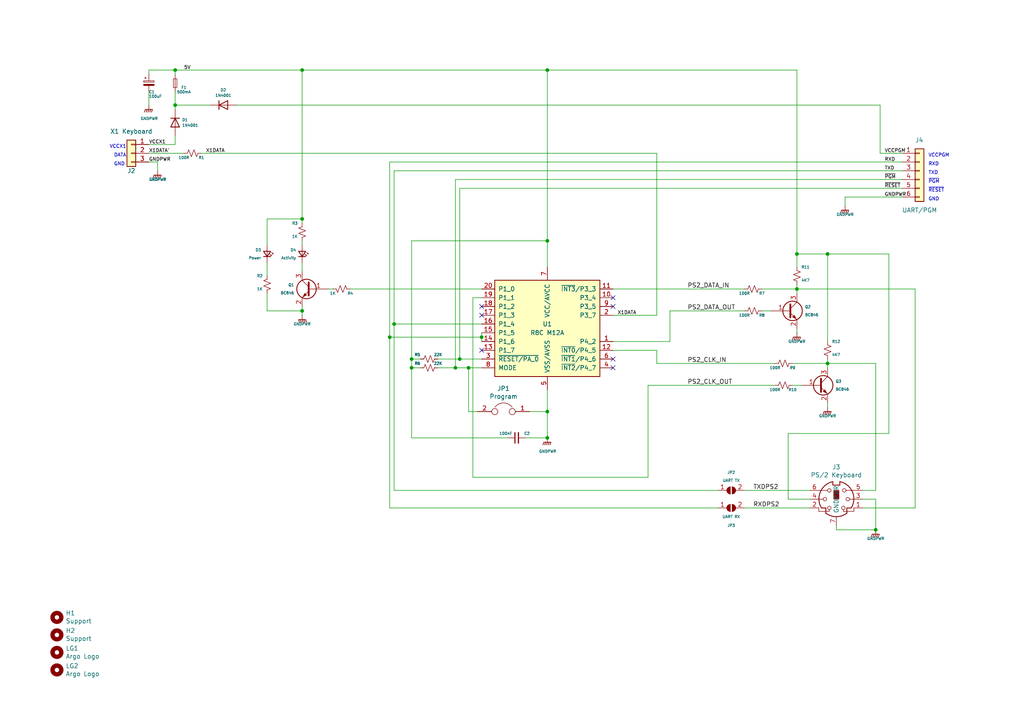
<source format=kicad_sch>
(kicad_sch (version 20211123) (generator eeschema)
  (paper "A4")
  (title_block (title "PS/2 to X1 Keyboard Interface") (date "2022-02-04") (rev "1.1") (comment 1 "protected, fused power supply.") (comment 2 "Notable differences are the bi-directional driver transistors, LED indicators and polarity") (comment 3 "This interface is based on Sato Kyouchi's original X1 Turbo Z PS/2 to X1 interface.") (comment 4 "PS/2 Keyboard to Sharp X1 Interface."))
  (lib_symbols
    (symbol "Connector_Generic:Conn_01x03" (pin_names (offset 1.016) hide)
      (property "Reference" "J" (at 0 5.08 0))
      (property "Value" "Conn_01x03" (at 0 -5.08 0))
      (symbol "Conn_01x03_1_1"
        (rectangle (start -1.27 -2.413) (end 0 -2.667) (stroke (width 0.1524)))
        (rectangle (start -1.27 0.127) (end 0 -0.127) (stroke (width 0.1524)))
        (rectangle (start -1.27 2.667) (end 0 2.413) (stroke (width 0.1524)))
        (rectangle (start -1.27 3.81) (end 1.27 -3.81) (stroke (width 0.254)) (fill (type background)))
        (pin passive line (at -5.08 2.54 0) (length 3.81) (name "Pin_1") (number "1"))
        (pin passive line (at -5.08 0 0) (length 3.81) (name "Pin_2") (number "2"))
        (pin passive line (at -5.08 -2.54 0) (length 3.81) (name "Pin_3") (number "3"))
      )
    )
    (symbol "Device:C_Polarized_Small" (pin_numbers hide) (pin_names (offset 0.254) hide)
      (property "Reference" "C" (at 0.254 1.778 0))
      (property "Value" "C_Polarized_Small" (at 0.254 -2.032 0))
      (symbol "C_Polarized_Small_0_1"
        (rectangle (start -1.524 -0.3048) (end 1.524 -0.6858) (fill (type outline)))
        (rectangle (start -1.524 0.6858) (end 1.524 0.3048))
        (polyline (pts (xy -1.27 1.524) (xy -0.762 1.524)))
        (polyline (pts (xy -1.016 1.27) (xy -1.016 1.778)))
      )
      (symbol "C_Polarized_Small_1_1"
        (pin passive line (at 0 2.54 270) (length 1.8542) (name "~") (number "1"))
        (pin passive line (at 0 -2.54 90) (length 1.8542) (name "~") (number "2"))
      )
    )
    (symbol "Device:C_Small" (pin_numbers hide) (pin_names (offset 0.254) hide)
      (property "Reference" "C" (at 0.254 1.778 0))
      (property "Value" "C_Small" (at 0.254 -2.032 0))
      (symbol "C_Small_0_1"
        (polyline (pts (xy -1.524 -0.508) (xy 1.524 -0.508)) (stroke (width 0.3302)))
        (polyline (pts (xy -1.524 0.508) (xy 1.524 0.508)) (stroke (width 0.3048)))
      )
      (symbol "C_Small_1_1"
        (pin passive line (at 0 2.54 270) (length 2.032) (name "~") (number "1"))
        (pin passive line (at 0 -2.54 90) (length 2.032) (name "~") (number "2"))
      )
    )
    (symbol "Device:Fuse_Small" (pin_numbers hide) (pin_names (offset 0.254) hide)
      (property "Reference" "F" (at 0 -1.524 0))
      (property "Value" "Fuse_Small" (at 0 1.524 0))
      (symbol "Fuse_Small_0_1"
        (rectangle (start -1.27 0.508) (end 1.27 -0.508))
        (polyline (pts (xy -1.27 0) (xy 1.27 0)))
      )
      (symbol "Fuse_Small_1_1"
        (pin passive line (at -2.54 0 0) (length 1.27) (name "~") (number "1"))
        (pin passive line (at 2.54 0 180) (length 1.27) (name "~") (number "2"))
      )
    )
    (symbol "Device:LED_Small" (pin_numbers hide) (pin_names (offset 0.254) hide)
      (property "Reference" "D" (at -1.27 3.175 0))
      (property "Value" "LED_Small" (at -4.445 -2.54 0))
      (symbol "LED_Small_0_1"
        (polyline (pts (xy -0.762 -1.016) (xy -0.762 1.016)) (stroke (width 0.254)))
        (polyline (pts (xy 1.016 0) (xy -0.762 0)))
        (polyline (pts (xy 0.762 -1.016) (xy -0.762 0) (xy 0.762 1.016) (xy 0.762 -1.016)) (stroke (width 0.254)))
        (polyline (pts (xy 0 0.762) (xy -0.508 1.27) (xy -0.254 1.27) (xy -0.508 1.27) (xy -0.508 1.016)))
        (polyline (pts (xy 0.508 1.27) (xy 0 1.778) (xy 0.254 1.778) (xy 0 1.778) (xy 0 1.524)))
      )
      (symbol "LED_Small_1_1"
        (pin passive line (at -2.54 0 0) (length 1.778) (name "K") (number "1"))
        (pin passive line (at 2.54 0 180) (length 1.778) (name "A") (number "2"))
      )
    )
    (symbol "Device:Q_NPN_BEC" (pin_names (offset 0) hide)
      (property "Reference" "Q" (at 5.08 1.27 0))
      (property "Value" "Q_NPN_BEC" (at 5.08 -1.27 0))
      (symbol "Q_NPN_BEC_0_1"
        (polyline (pts (xy 0.635 0.635) (xy 2.54 2.54)))
        (polyline (pts (xy 0.635 -0.635) (xy 2.54 -2.54) (xy 2.54 -2.54)))
        (polyline (pts (xy 0.635 1.905) (xy 0.635 -1.905) (xy 0.635 -1.905)) (stroke (width 0.508)))
        (polyline (pts (xy 1.27 -1.778) (xy 1.778 -1.27) (xy 2.286 -2.286) (xy 1.27 -1.778) (xy 1.27 -1.778)) (fill (type outline)))
        (circle (center 1.27 0) (radius 2.8194) (stroke (width 0.254)))
      )
      (symbol "Q_NPN_BEC_1_1"
        (pin input line (at -5.08 0 0) (length 5.715) (name "B") (number "1"))
        (pin passive line (at 2.54 -5.08 90) (length 2.54) (name "E") (number "2"))
        (pin passive line (at 2.54 5.08 270) (length 2.54) (name "C") (number "3"))
      )
    )
    (symbol "Device:R_Small_US" (pin_numbers hide) (pin_names (offset 0.254) hide)
      (property "Reference" "R" (at 0.762 0.508 0))
      (property "Value" "R_Small_US" (at 0.762 -1.016 0))
      (symbol "R_Small_US_1_1"
        (polyline (pts (xy 0 0) (xy 1.016 -0.381) (xy 0 -0.762) (xy -1.016 -1.143) (xy 0 -1.524)))
        (polyline (pts (xy 0 1.524) (xy 1.016 1.143) (xy 0 0.762) (xy -1.016 0.381) (xy 0 0)))
        (pin passive line (at 0 2.54 270) (length 1.016) (name "~") (number "1"))
        (pin passive line (at 0 -2.54 90) (length 1.016) (name "~") (number "2"))
      )
    )
    (symbol "Diode:1N4001" (pin_numbers hide) (pin_names (offset 1.016) hide)
      (property "Reference" "D" (at 0 2.54 0))
      (property "Value" "1N4001" (at 0 -2.54 0))
      (symbol "1N4001_0_1"
        (polyline (pts (xy -1.27 1.27) (xy -1.27 -1.27)) (stroke (width 0.254)))
        (polyline (pts (xy 1.27 0) (xy -1.27 0)))
        (polyline (pts (xy 1.27 1.27) (xy 1.27 -1.27) (xy -1.27 0) (xy 1.27 1.27)) (stroke (width 0.254)))
      )
      (symbol "1N4001_1_1"
        (pin passive line (at -3.81 0 0) (length 2.54) (name "K") (number "1"))
        (pin passive line (at 3.81 0 180) (length 2.54) (name "A") (number "2"))
      )
    )
    (symbol "Jumper:SolderJumper_2_Open" (pin_names (offset 0) hide)
      (property "Reference" "JP" (at 0 2.032 0))
      (property "Value" "SolderJumper_2_Open" (at 0 -2.54 0))
      (symbol "SolderJumper_2_Open_0_1"
        (arc (start -0.254 1.016) (mid -1.27 0) (end -0.254 -1.016))
        (arc (start -0.254 1.016) (mid -1.27 0) (end -0.254 -1.016) (fill (type outline)))
        (polyline (pts (xy -0.254 1.016) (xy -0.254 -1.016)))
        (polyline (pts (xy 0.254 1.016) (xy 0.254 -1.016)))
        (arc (start 0.254 -1.016) (mid 1.27 0) (end 0.254 1.016))
        (arc (start 0.254 -1.016) (mid 1.27 0) (end 0.254 1.016) (fill (type outline)))
      )
      (symbol "SolderJumper_2_Open_1_1"
        (pin passive line (at -3.81 0 0) (length 2.54) (name "A") (number "1"))
        (pin passive line (at 3.81 0 180) (length 2.54) (name "B") (number "2"))
      )
    )
    (symbol "Mechanical:MountingHole" (pin_names (offset 1.016))
      (property "Reference" "H" (at 0 5.08 0))
      (property "Value" "MountingHole" (at 0 3.175 0))
      (symbol "MountingHole_0_1"
        (circle (center 0 0) (radius 1.27) (stroke (width 1.27)))
      )
    )
    (symbol "power:GNDPWR" (power) (pin_names (offset 0))
      (property "Value" "GNDPWR" (at 0 -3.302 0))
      (symbol "GNDPWR_0_1"
        (polyline (pts (xy 0 -1.27) (xy 0 0)))
        (polyline (pts (xy -1.016 -1.27) (xy -1.27 -2.032) (xy -1.27 -2.032)) (stroke (width 0.2032)))
        (polyline (pts (xy -0.508 -1.27) (xy -0.762 -2.032) (xy -0.762 -2.032)) (stroke (width 0.2032)))
        (polyline (pts (xy 0 -1.27) (xy -0.254 -2.032) (xy -0.254 -2.032)) (stroke (width 0.2032)))
        (polyline (pts (xy 0.508 -1.27) (xy 0.254 -2.032) (xy 0.254 -2.032)) (stroke (width 0.2032)))
        (polyline (pts (xy 1.016 -1.27) (xy -1.016 -1.27) (xy -1.016 -1.27)) (stroke (width 0.2032)))
        (polyline (pts (xy 1.016 -1.27) (xy 0.762 -2.032) (xy 0.762 -2.032) (xy 0.762 -2.032)) (stroke (width 0.2032)))
      )
      (symbol "GNDPWR_1_1"
        (pin power_in line (at 0 0 270) (length 0) hide (name "GNDPWR") (number "1"))
      )
    )
    (symbol "x1key:Conn_01x06_PWR" (pin_names (offset 1.016) hide)
      (property "Reference" "J4" (at -1.27 8.89 0))
      (property "Value" "Conn_01x06_PWR" (at -5.08 -11.43 0))
      (symbol "Conn_01x06_PWR_1_1"
        (rectangle (start -1.27 -7.493) (end 0 -7.747) (stroke (width 0.1524)))
        (rectangle (start -1.27 -4.953) (end 0 -5.207) (stroke (width 0.1524)))
        (rectangle (start -1.27 -2.413) (end 0 -2.667) (stroke (width 0.1524)))
        (rectangle (start -1.27 0.127) (end 0 -0.127) (stroke (width 0.1524)))
        (rectangle (start -1.27 2.667) (end 0 2.413) (stroke (width 0.1524)))
        (rectangle (start -1.27 5.207) (end 0 4.953) (stroke (width 0.1524)))
        (rectangle (start -1.27 6.35) (end 1.27 -8.89) (stroke (width 0.254)) (fill (type background)))
        (pin power_out line (at -5.08 5.08 0) (length 3.81) (name "Pin_1") (number "1"))
        (pin passive line (at -5.08 2.54 0) (length 3.81) (name "Pin_2") (number "2"))
        (pin passive line (at -5.08 0 0) (length 3.81) (name "Pin_3") (number "3"))
        (pin passive line (at -5.08 -2.54 0) (length 3.81) (name "Pin_4") (number "4"))
        (pin passive line (at -5.08 -5.08 0) (length 3.81) (name "Pin_5") (number "5"))
        (pin power_out line (at -5.08 -7.62 0) (length 3.81) (name "Pin_6") (number "6"))
      )
    )
    (symbol "x1key:Connector_Mini-DIN-6-PS2" (pin_names (offset 1.016))
      (property "Reference" "J" (at 0 6.35 0))
      (property "Value" "Connector_Mini-DIN-6-PS2" (at 1.27 8.89 0))
      (symbol "Connector_Mini-DIN-6-PS2_0_1"
        (circle (center -3.302 0) (radius 0.508))
        (arc (start -3.048 -4.064) (mid 0 -5.08) (end 3.048 -4.064) (stroke (width 0.254)))
        (circle (center -2.032 -2.54) (radius 0.508))
        (circle (center -2.032 2.54) (radius 0.508))
        (arc (start -1.016 5.08) (mid -4.6243 2.1182) (end -4.318 -2.54) (stroke (width 0.254)))
        (rectangle (start -0.762 2.54) (end 0.762 0) (fill (type outline)))
        (polyline (pts (xy -3.81 0) (xy -5.08 0)))
        (polyline (pts (xy -2.54 2.54) (xy -5.08 2.54)))
        (polyline (pts (xy 2.794 2.54) (xy 5.08 2.54)))
        (polyline (pts (xy 5.08 0) (xy 3.81 0)))
        (polyline (pts (xy -4.318 -2.54) (xy -3.048 -2.54) (xy -3.048 -4.064)) (stroke (width 0.254)))
        (polyline (pts (xy 4.318 -2.54) (xy 3.048 -2.54) (xy 3.048 -4.064)) (stroke (width 0.254)))
        (polyline (pts (xy -2.032 -3.048) (xy -2.032 -3.556) (xy -5.08 -3.556) (xy -5.08 -2.54)))
        (polyline (pts (xy -1.016 5.08) (xy -1.016 4.064) (xy 1.016 4.064) (xy 1.016 5.08)) (stroke (width 0.254)))
        (polyline (pts (xy 2.032 -3.048) (xy 2.032 -3.556) (xy 5.08 -3.556) (xy 5.08 -2.54)))
        (circle (center 2.032 -2.54) (radius 0.508))
        (circle (center 2.286 2.54) (radius 0.508))
        (circle (center 3.302 0) (radius 0.508))
        (arc (start 4.318 -2.54) (mid 4.6646 2.1357) (end 1.016 5.08) (stroke (width 0.254)))
      )
      (symbol "Connector_Mini-DIN-6-PS2_1_1"
        (pin passive line (at 7.62 -2.54 180) (length 2.54) (name "~") (number "1"))
        (pin passive line (at -7.62 -2.54 0) (length 2.54) (name "~") (number "2"))
        (pin passive line (at 7.62 0 180) (length 2.54) (name "~") (number "3"))
        (pin power_out line (at -7.62 0 0) (length 2.54) (name "~") (number "4"))
        (pin passive line (at 7.62 2.54 180) (length 2.54) (name "~") (number "5"))
        (pin passive line (at -7.62 2.54 0) (length 2.54) (name "~") (number "6"))
        (pin passive line (at 0 -7.62 90) (length 2.54) (name "GNDPWR") (number "7"))
      )
    )
    (symbol "x1key:Jumper_01x02_2.00mm_PinHeader" (pin_names (offset 0.762) hide)
      (property "Reference" "JP1" (at 0 6.7056 0))
      (property "Value" "Jumper_01x02_2.00mm_PinHeader" (at 0 4.3942 0))
      (symbol "Jumper_01x02_2.00mm_PinHeader_0_1"
        (circle (center -2.54 0) (radius 0.889))
        (arc (start 2.5146 1.27) (mid 0.0127 2.5097) (end -2.4892 1.27))
        (circle (center 2.54 0) (radius 0.889))
        (pin passive line (at -7.62 0 0) (length 4.191) (name "1") (number "1"))
        (pin passive line (at 7.62 0 180) (length 4.191) (name "2") (number "2"))
      )
    )
    (symbol "x1key:Renesas_MCU_R8C_M12A" (pin_names (offset 1.016))
      (property "Reference" "U" (at -24.13 17.78 0))
      (property "Value" "Renesas_MCU_R8C_M12A" (at -24.13 15.24 0))
      (symbol "Renesas_MCU_R8C_M12A_0_1"
        (rectangle (start 15.24 13.97) (end -15.24 -13.97) (stroke (width 0.254)) (fill (type background)))
      )
      (symbol "Renesas_MCU_R8C_M12A_1_1"
        (pin bidirectional line (at 19.05 -3.81 180) (length 3.81) (name "P4_2") (number "1"))
        (pin bidirectional line (at 19.05 8.89 180) (length 3.81) (name "P3_4") (number "10"))
        (pin bidirectional line (at 19.05 11.43 180) (length 3.81) (name "~{INT3}/P3_3") (number "11"))
        (pin bidirectional line (at 19.05 -6.35 180) (length 3.81) (name "~{INT0}/P4_5") (number "12"))
        (pin bidirectional line (at -19.05 -6.35 0) (length 3.81) (name "P1_7") (number "13"))
        (pin bidirectional line (at -19.05 -3.81 0) (length 3.81) (name "P1_6") (number "14"))
        (pin bidirectional line (at -19.05 -1.27 0) (length 3.81) (name "P1_5") (number "15"))
        (pin bidirectional line (at -19.05 1.27 0) (length 3.81) (name "P1_4") (number "16"))
        (pin bidirectional line (at -19.05 3.81 0) (length 3.81) (name "P1_3") (number "17"))
        (pin bidirectional line (at -19.05 6.35 0) (length 3.81) (name "P1_2") (number "18"))
        (pin bidirectional line (at -19.05 8.89 0) (length 3.81) (name "P1_1") (number "19"))
        (pin bidirectional line (at 19.05 3.81 180) (length 3.81) (name "P3_7") (number "2"))
        (pin bidirectional line (at -19.05 11.43 0) (length 3.81) (name "P1_0") (number "20"))
        (pin bidirectional line (at -19.05 -8.89 0) (length 3.81) (name "~{RESET/PA_0}") (number "3"))
        (pin bidirectional line (at 19.05 -11.43 180) (length 3.81) (name "~{INT2}/P4_7") (number "4"))
        (pin power_in line (at 0 -17.78 90) (length 3.81) (name "VSS/AVSS") (number "5"))
        (pin bidirectional line (at 19.05 -8.89 180) (length 3.81) (name "~{INT1}/P4_6") (number "6"))
        (pin power_in line (at 0 17.78 270) (length 3.81) (name "VCC/AVCC") (number "7"))
        (pin bidirectional line (at -19.05 -11.43 0) (length 3.81) (name "MODE") (number "8"))
        (pin bidirectional line (at 19.05 6.35 180) (length 3.81) (name "P3_5") (number "9"))
      )
    )
  )
  (junction (at 158.75 69.85))
  (junction (at 119.38 106.68))
  (junction (at 158.75 20.32))
  (junction (at 139.7 97.79))
  (junction (at 119.38 104.14))
  (junction (at 87.63 20.32))
  (junction (at 113.03 97.79))
  (junction (at 114.3 93.98))
  (junction (at 231.14 83.82))
  (junction (at 87.63 63.5))
  (junction (at 240.03 73.66))
  (junction (at 50.8 20.32))
  (junction (at 231.14 73.66))
  (junction (at 135.89 106.68))
  (junction (at 133.35 104.14))
  (junction (at 50.8 30.48))
  (junction (at 240.03 105.41))
  (junction (at 158.75 119.38))
  (junction (at 158.75 127))
  (junction (at 254 153.67))
  (junction (at 87.63 90.17))
  (junction (at 132.08 106.68))
  (no_connect (at 139.7 101.6))
  (no_connect (at 139.7 88.9))
  (no_connect (at 177.8 104.14))
  (no_connect (at 177.8 88.9))
  (no_connect (at 177.8 106.68))
  (no_connect (at 177.8 86.36))
  (no_connect (at 139.7 91.44))
  (wire (pts (xy 50.8 26.67) (xy 50.8 30.48)))
  (wire (pts (xy 257.81 125.73) (xy 257.81 73.66)))
  (wire (pts (xy 43.18 21.59) (xy 43.18 20.32)))
  (wire (pts (xy 240.03 105.41) (xy 254 105.41)))
  (wire (pts (xy 220.98 83.82) (xy 231.14 83.82)))
  (wire (pts (xy 250.19 142.24) (xy 254 142.24)))
  (wire (pts (xy 228.6 125.73) (xy 228.6 144.78)))
  (wire (pts (xy 231.14 20.32) (xy 231.14 73.66)))
  (wire (pts (xy 158.75 113.03) (xy 158.75 119.38)))
  (wire (pts (xy 132.08 52.07) (xy 132.08 106.68)))
  (wire (pts (xy 87.63 63.5) (xy 87.63 64.77)))
  (wire (pts (xy 220.98 90.17) (xy 223.52 90.17)))
  (wire (pts (xy 229.87 111.76) (xy 232.41 111.76)))
  (wire (pts (xy 87.63 90.17) (xy 77.47 90.17)))
  (wire (pts (xy 114.3 93.98) (xy 139.7 93.98)))
  (wire (pts (xy 135.89 119.38) (xy 138.43 119.38)))
  (wire (pts (xy 45.72 46.99) (xy 45.72 49.53)))
  (wire (pts (xy 96.52 83.82) (xy 95.25 83.82)))
  (wire (pts (xy 77.47 76.2) (xy 77.47 80.01)))
  (wire (pts (xy 190.5 105.41) (xy 190.5 101.6)))
  (wire (pts (xy 114.3 49.53) (xy 261.62 49.53)))
  (wire (pts (xy 135.89 106.68) (xy 135.89 119.38)))
  (wire (pts (xy 87.63 88.9) (xy 87.63 90.17)))
  (wire (pts (xy 224.79 111.76) (xy 187.96 111.76)))
  (wire (pts (xy 158.75 20.32) (xy 158.75 69.85)))
  (wire (pts (xy 231.14 83.82) (xy 265.43 83.82)))
  (wire (pts (xy 132.08 52.07) (xy 261.62 52.07)))
  (wire (pts (xy 231.14 73.66) (xy 231.14 77.47)))
  (wire (pts (xy 245.11 57.15) (xy 245.11 59.69)))
  (wire (pts (xy 114.3 142.24) (xy 208.28 142.24)))
  (wire (pts (xy 50.8 20.32) (xy 50.8 21.59)))
  (wire (pts (xy 121.92 106.68) (xy 119.38 106.68)))
  (wire (pts (xy 87.63 20.32) (xy 158.75 20.32)))
  (wire (pts (xy 231.14 95.25) (xy 231.14 96.52)))
  (wire (pts (xy 177.8 83.82) (xy 215.9 83.82)))
  (wire (pts (xy 135.89 106.68) (xy 139.7 106.68)))
  (wire (pts (xy 113.03 46.99) (xy 261.62 46.99)))
  (wire (pts (xy 50.8 20.32) (xy 87.63 20.32)))
  (wire (pts (xy 113.03 97.79) (xy 139.7 97.79)))
  (wire (pts (xy 250.19 147.32) (xy 265.43 147.32)))
  (wire (pts (xy 137.16 138.43) (xy 187.96 138.43)))
  (wire (pts (xy 101.6 83.82) (xy 139.7 83.82)))
  (wire (pts (xy 132.08 106.68) (xy 135.89 106.68)))
  (wire (pts (xy 139.7 86.36) (xy 137.16 86.36)))
  (wire (pts (xy 152.4 127) (xy 158.75 127)))
  (wire (pts (xy 242.57 152.4) (xy 242.57 153.67)))
  (wire (pts (xy 113.03 97.79) (xy 113.03 147.32)))
  (wire (pts (xy 240.03 105.41) (xy 240.03 104.14)))
  (wire (pts (xy 254 153.67) (xy 254 144.78)))
  (wire (pts (xy 190.5 101.6) (xy 177.8 101.6)))
  (wire (pts (xy 158.75 20.32) (xy 231.14 20.32)))
  (wire (pts (xy 87.63 20.32) (xy 87.63 63.5)))
  (wire (pts (xy 113.03 147.32) (xy 208.28 147.32)))
  (wire (pts (xy 113.03 46.99) (xy 113.03 97.79)))
  (wire (pts (xy 215.9 142.24) (xy 234.95 142.24)))
  (wire (pts (xy 50.8 39.37) (xy 50.8 41.91)))
  (wire (pts (xy 43.18 46.99) (xy 45.72 46.99)))
  (wire (pts (xy 158.75 69.85) (xy 158.75 77.47)))
  (wire (pts (xy 121.92 104.14) (xy 119.38 104.14)))
  (wire (pts (xy 245.11 57.15) (xy 261.62 57.15)))
  (wire (pts (xy 240.03 105.41) (xy 240.03 106.68)))
  (wire (pts (xy 127 104.14) (xy 133.35 104.14)))
  (wire (pts (xy 139.7 99.06) (xy 139.7 97.79)))
  (wire (pts (xy 43.18 20.32) (xy 50.8 20.32)))
  (wire (pts (xy 254 105.41) (xy 254 142.24)))
  (wire (pts (xy 158.75 119.38) (xy 158.75 127)))
  (wire (pts (xy 43.18 44.45) (xy 53.34 44.45)))
  (wire (pts (xy 114.3 93.98) (xy 114.3 142.24)))
  (wire (pts (xy 240.03 73.66) (xy 240.03 99.06)))
  (wire (pts (xy 87.63 76.2) (xy 87.63 78.74)))
  (wire (pts (xy 139.7 97.79) (xy 139.7 96.52)))
  (wire (pts (xy 255.27 44.45) (xy 255.27 30.48)))
  (wire (pts (xy 50.8 30.48) (xy 50.8 31.75)))
  (wire (pts (xy 119.38 104.14) (xy 119.38 106.68)))
  (wire (pts (xy 127 106.68) (xy 132.08 106.68)))
  (wire (pts (xy 77.47 63.5) (xy 87.63 63.5)))
  (wire (pts (xy 87.63 90.17) (xy 87.63 91.44)))
  (wire (pts (xy 87.63 69.85) (xy 87.63 71.12)))
  (wire (pts (xy 147.32 127) (xy 119.38 127)))
  (wire (pts (xy 231.14 83.82) (xy 231.14 85.09)))
  (wire (pts (xy 254 144.78) (xy 250.19 144.78)))
  (wire (pts (xy 153.67 119.38) (xy 158.75 119.38)))
  (wire (pts (xy 187.96 138.43) (xy 187.96 111.76)))
  (wire (pts (xy 119.38 106.68) (xy 119.38 127)))
  (wire (pts (xy 133.35 104.14) (xy 139.7 104.14)))
  (wire (pts (xy 137.16 86.36) (xy 137.16 138.43)))
  (wire (pts (xy 194.31 90.17) (xy 215.9 90.17)))
  (wire (pts (xy 43.18 41.91) (xy 50.8 41.91)))
  (wire (pts (xy 224.79 105.41) (xy 190.5 105.41)))
  (wire (pts (xy 133.35 54.61) (xy 133.35 104.14)))
  (wire (pts (xy 257.81 73.66) (xy 240.03 73.66)))
  (wire (pts (xy 177.8 91.44) (xy 190.5 91.44)))
  (wire (pts (xy 215.9 147.32) (xy 234.95 147.32)))
  (wire (pts (xy 190.5 91.44) (xy 190.5 44.45)))
  (wire (pts (xy 60.96 30.48) (xy 50.8 30.48)))
  (wire (pts (xy 114.3 49.53) (xy 114.3 93.98)))
  (wire (pts (xy 240.03 116.84) (xy 240.03 118.11)))
  (wire (pts (xy 177.8 99.06) (xy 194.31 99.06)))
  (wire (pts (xy 77.47 71.12) (xy 77.47 63.5)))
  (wire (pts (xy 190.5 44.45) (xy 58.42 44.45)))
  (wire (pts (xy 242.57 153.67) (xy 254 153.67)))
  (wire (pts (xy 228.6 144.78) (xy 234.95 144.78)))
  (wire (pts (xy 119.38 69.85) (xy 119.38 104.14)))
  (wire (pts (xy 229.87 105.41) (xy 240.03 105.41)))
  (wire (pts (xy 231.14 83.82) (xy 231.14 82.55)))
  (wire (pts (xy 255.27 44.45) (xy 261.62 44.45)))
  (wire (pts (xy 119.38 69.85) (xy 158.75 69.85)))
  (wire (pts (xy 77.47 85.09) (xy 77.47 90.17)))
  (wire (pts (xy 43.18 26.67) (xy 43.18 30.48)))
  (wire (pts (xy 194.31 99.06) (xy 194.31 90.17)))
  (wire (pts (xy 265.43 83.82) (xy 265.43 147.32)))
  (wire (pts (xy 231.14 73.66) (xy 240.03 73.66)))
  (wire (pts (xy 261.62 54.61) (xy 133.35 54.61)))
  (wire (pts (xy 228.6 125.73) (xy 257.81 125.73)))
  (wire (pts (xy 68.58 30.48) (xy 255.27 30.48)))
  (text "~{PGM}" (at 269.24 53.34 0) (effects (font (size 0.9906 0.9906)) (justify left bottom)))
  (text "GND" (at 33.02 48.26 0) (effects (font (size 0.9906 0.9906)) (justify left bottom)))
  (text "VCCPGM" (at 269.24 45.72 0) (effects (font (size 0.9906 0.9906)) (justify left bottom)))
  (text "TXD" (at 269.24 50.8 0) (effects (font (size 0.9906 0.9906)) (justify left bottom)))
  (text "GND" (at 269.24 58.42 0) (effects (font (size 0.9906 0.9906)) (justify left bottom)))
  (text "~{RESET}" (at 269.24 55.88 0) (effects (font (size 0.9906 0.9906)) (justify left bottom)))
  (text "RXD" (at 269.24 48.26 0) (effects (font (size 0.9906 0.9906)) (justify left bottom)))
  (text "VCCX1" (at 31.75 43.18 0) (effects (font (size 0.9906 0.9906)) (justify left bottom)))
  (text "DATA" (at 33.02 45.72 0) (effects (font (size 0.9906 0.9906)) (justify left bottom)))
  (label "PS2_DATA_IN" (at 199.39 83.82 0))
  (label "RXD" (at 256.54 46.99 0) (effects (font (size 0.9906 0.9906))))
  (label "GNDPWR" (at 256.54 57.15 0) (effects (font (size 0.9906 0.9906))))
  (label "PS2_CLK_IN" (at 199.39 105.41 0))
  (label "X1DATA'" (at 43.18 44.45 0) (effects (font (size 0.9906 0.9906))))
  (label "5V" (at 53.34 20.32 0) (effects (font (size 0.9906 0.9906))))
  (label "PS2_CLK_OUT" (at 199.39 111.76 0))
  (label "RXDPS2" (at 218.44 147.32 0))
  (label "VCCX1" (at 43.18 41.91 0) (effects (font (size 0.9906 0.9906))))
  (label "TXD" (at 256.54 49.53 0) (effects (font (size 0.9906 0.9906))))
  (label "VCCPGM" (at 256.54 44.45 0) (effects (font (size 0.9906 0.9906))))
  (label "PS2_DATA_OUT" (at 199.39 90.17 0))
  (label "~{RESET}" (at 256.54 54.61 0) (effects (font (size 0.9906 0.9906))))
  (label "X1DATA" (at 59.69 44.45 0) (effects (font (size 0.9906 0.9906))))
  (label "X1DATA" (at 179.07 91.44 0) (effects (font (size 0.9906 0.9906))))
  (label "TXDPS2" (at 218.44 142.24 0))
  (label "~{PGM}" (at 256.54 52.07 0) (effects (font (size 0.9906 0.9906))))
  (label "GNDPWR" (at 43.18 46.99 0) (effects (font (size 0.9906 0.9906))))
  (symbol (lib_id "Mechanical:MountingHole") (at 16.51 179.07 0) (unit 1)
    (property "Reference" "H1" (at 19.05 177.8254 0) (effects (justify left)))
    (property "Value" "Support" (at 19.05 180.1368 0) (effects (justify left)))
    (property "Footprint" "MountingHole:MountingHole_2.1mm" (effects hide))
  )
  (symbol (lib_id "Mechanical:MountingHole") (at 16.51 184.15 0) (unit 1)
    (property "Reference" "H2" (at 19.05 182.9054 0) (effects (justify left)))
    (property "Value" "Support" (at 19.05 185.2168 0) (effects (justify left)))
    (property "Footprint" "MountingHole:MountingHole_2.1mm" (effects hide))
  )
  (symbol (lib_id "power:GNDPWR") (at 158.75 127 0) (unit 1)
    (property "Reference" "#PWR09" (effects hide))
    (property "Value" "GNDPWR" (at 158.8516 130.9116 0) (effects (font (size 0.7874 0.7874))))
  )
  (symbol (lib_id "Mechanical:MountingHole") (at 16.51 189.23 0) (unit 1)
    (property "Reference" "LG1" (at 19.05 188.0616 0) (effects (justify left)))
    (property "Value" "Argo Logo" (at 19.05 190.373 0) (effects (justify left)))
    (property "Footprint" "Graphic:Argo" (effects hide))
  )
  (symbol (lib_id "Device:C_Polarized_Small") (at 43.18 24.13 0) (unit 1)
    (property "Reference" "C1" (at 43.18 26.67 0) (effects (font (size 0.7874 0.7874)) (justify left)))
    (property "Value" "100uF" (at 43.18 27.94 0) (effects (font (size 0.7874 0.7874)) (justify left)))
    (property "Footprint" "Capacitor_SMD:C_1812_4532Metric" (effects hide))
  )
  (symbol (lib_id "Device:C_Small") (at 149.86 127 90) (unit 1)
    (property "Reference" "C2" (at 153.67 125.73 90) (effects (font (size 0.7874 0.7874)) (justify left)))
    (property "Value" "100nF" (at 148.59 125.73 90) (effects (font (size 0.7874 0.7874)) (justify left)))
    (property "Footprint" "Capacitor_SMD:C_0805_2012Metric_Pad1.15x1.40mm_HandSolder" (effects hide))
  )
  (symbol (lib_id "x1key:Renesas_MCU_R8C_M12A") (at 158.75 95.25 0) (unit 1)
    (property "Reference" "U1" (at 158.75 93.98 0))
    (property "Value" "R8C M12A" (at 158.75 96.52 0))
    (property "Footprint" "Package_SO:TSSOP-20_4.4x6.5mm_P0.65mm" (effects hide))
    (property "Datasheet" "http://ww1.microchip.com/downloads/en/DeviceDoc/40300c.pdf" (effects hide))
  )
  (symbol (lib_id "x1key:Connector_Mini-DIN-6-PS2") (at 242.57 144.78 0) (unit 1)
    (property "Reference" "J3" (at 242.57 135.4582 0))
    (property "Value" "PS/2 Keyboard" (at 242.57 137.7696 0))
    (property "Footprint" "Custom:Mini_din6_ps2" (effects hide))
    (property "Datasheet" "http://service.powerdynamics.com/ec/Catalog17/Section%2011.pdf" (effects hide))
  )
  (symbol (lib_id "x1key:Jumper_01x02_2.00mm_PinHeader") (at 146.05 119.38 0) (mirror y) (unit 1)
    (property "Reference" "JP1" (at 146.05 112.6744 0))
    (property "Value" "Program" (at 146.05 114.9858 0))
    (property "Footprint" "Connector_PinHeader_2.00mm:PinHeader_1x02_P2.00mm_Vertical" (effects hide))
  )
  (symbol (lib_id "power:GNDPWR") (at 45.72 49.53 0) (unit 1)
    (property "Reference" "#PWR02" (effects hide))
    (property "Value" "GNDPWR" (at 45.72 52.07 0) (effects (font (size 0.7874 0.7874))))
  )
  (symbol (lib_id "Device:R_Small_US") (at 218.44 90.17 90) (unit 1)
    (property "Reference" "R8" (at 220.98 91.44 90) (effects (font (size 0.7874 0.7874))))
    (property "Value" "100R" (at 215.9 91.44 90) (effects (font (size 0.7874 0.7874))))
    (property "Footprint" "Resistor_SMD:R_0805_2012Metric" (effects hide))
  )
  (symbol (lib_id "Device:R_Small_US") (at 55.88 44.45 90) (unit 1)
    (property "Reference" "R1" (at 58.42 45.72 90) (effects (font (size 0.7874 0.7874))))
    (property "Value" "100R" (at 53.34 45.72 90) (effects (font (size 0.7874 0.7874))))
    (property "Footprint" "Resistor_SMD:R_0805_2012Metric" (effects hide))
  )
  (symbol (lib_id "Device:R_Small_US") (at 124.46 104.14 90) (unit 1)
    (property "Reference" "R5" (at 121.92 102.87 90) (effects (font (size 0.7874 0.7874)) (justify left)))
    (property "Value" "22K" (at 128.27 102.87 90) (effects (font (size 0.7874 0.7874)) (justify left)))
    (property "Footprint" "Resistor_SMD:R_0805_2012Metric" (effects hide))
  )
  (symbol (lib_id "Device:Q_NPN_BEC") (at 237.49 111.76 0) (unit 1)
    (property "Reference" "Q3" (at 242.3414 110.5916 0) (effects (font (size 0.7874 0.7874)) (justify left)))
    (property "Value" "BC846" (at 242.3414 112.903 0) (effects (font (size 0.7874 0.7874)) (justify left)))
    (property "Footprint" "Package_TO_SOT_SMD:SOT-23" (effects hide))
  )
  (symbol (lib_id "Device:R_Small_US") (at 240.03 101.6 0) (unit 1)
    (property "Reference" "R12" (at 241.3 99.06 0) (effects (font (size 0.7874 0.7874)) (justify left)))
    (property "Value" "4K7" (at 241.3 102.87 0) (effects (font (size 0.7874 0.7874)) (justify left)))
    (property "Footprint" "Resistor_SMD:R_0805_2012Metric" (effects hide))
  )
  (symbol (lib_id "Device:Q_NPN_BEC") (at 228.6 90.17 0) (unit 1)
    (property "Reference" "Q2" (at 233.4514 89.0016 0) (effects (font (size 0.7874 0.7874)) (justify left)))
    (property "Value" "BC846" (at 233.4514 91.313 0) (effects (font (size 0.7874 0.7874)) (justify left)))
    (property "Footprint" "Package_TO_SOT_SMD:SOT-23" (effects hide))
  )
  (symbol (lib_id "Device:R_Small_US") (at 231.14 80.01 0) (unit 1)
    (property "Reference" "R11" (at 232.41 77.47 0) (effects (font (size 0.7874 0.7874)) (justify left)))
    (property "Value" "4K7" (at 232.41 81.28 0) (effects (font (size 0.7874 0.7874)) (justify left)))
    (property "Footprint" "Resistor_SMD:R_0805_2012Metric" (effects hide))
  )
  (symbol (lib_id "Device:R_Small_US") (at 227.33 111.76 90) (unit 1)
    (property "Reference" "R10" (at 229.87 113.03 90) (effects (font (size 0.7874 0.7874))))
    (property "Value" "100R" (at 224.79 113.03 90) (effects (font (size 0.7874 0.7874))))
    (property "Footprint" "Resistor_SMD:R_0805_2012Metric" (effects hide))
  )
  (symbol (lib_id "Device:R_Small_US") (at 218.44 83.82 90) (unit 1)
    (property "Reference" "R7" (at 220.98 85.09 90) (effects (font (size 0.7874 0.7874))))
    (property "Value" "100R" (at 215.9 85.09 90) (effects (font (size 0.7874 0.7874))))
    (property "Footprint" "Resistor_SMD:R_0805_2012Metric" (effects hide))
  )
  (symbol (lib_id "Device:R_Small_US") (at 227.33 105.41 90) (unit 1)
    (property "Reference" "R9" (at 229.87 106.68 90) (effects (font (size 0.7874 0.7874))))
    (property "Value" "100R" (at 224.79 106.68 90) (effects (font (size 0.7874 0.7874))))
    (property "Footprint" "Resistor_SMD:R_0805_2012Metric" (effects hide))
  )
  (symbol (lib_id "power:GNDPWR") (at 240.03 118.11 0) (unit 1)
    (property "Reference" "#PWR014" (effects hide))
    (property "Value" "GNDPWR" (at 240.03 120.65 0) (effects (font (size 0.7874 0.7874))))
  )
  (symbol (lib_id "power:GNDPWR") (at 231.14 96.52 0) (unit 1)
    (property "Reference" "#PWR012" (effects hide))
    (property "Value" "GNDPWR" (at 231.14 99.06 0) (effects (font (size 0.7874 0.7874))))
  )
  (symbol (lib_id "power:GNDPWR") (at 254 153.67 0) (unit 1)
    (property "Reference" "#PWR016" (effects hide))
    (property "Value" "GNDPWR" (at 254 156.21 0) (effects (font (size 0.7874 0.7874))))
  )
  (symbol (lib_id "power:GNDPWR") (at 245.11 59.69 0) (unit 1)
    (property "Reference" "#PWR015" (effects hide))
    (property "Value" "GNDPWR" (at 245.11 62.23 0) (effects (font (size 0.7874 0.7874))))
  )
  (symbol (lib_id "Device:Fuse_Small") (at 50.8 24.13 90) (unit 1)
    (property "Reference" "F1" (at 53.34 25.4 90) (effects (font (size 0.7874 0.7874))))
    (property "Value" "500mA" (at 53.34 26.67 90) (effects (font (size 0.7874 0.7874))))
    (property "Footprint" "Fuse:Fuse_1812_4532Metric" (effects hide))
  )
  (symbol (lib_id "Device:R_Small_US") (at 124.46 106.68 90) (unit 1)
    (property "Reference" "R6" (at 121.92 105.41 90) (effects (font (size 0.7874 0.7874)) (justify left)))
    (property "Value" "22K" (at 128.27 105.41 90) (effects (font (size 0.7874 0.7874)) (justify left)))
    (property "Footprint" "Resistor_SMD:R_0805_2012Metric" (effects hide))
  )
  (symbol (lib_id "x1key:Conn_01x06_PWR") (at 266.7 49.53 0) (unit 1)
    (property "Reference" "J4" (at 265.43 40.64 0) (effects (justify left)))
    (property "Value" "UART/PGM" (at 261.62 60.96 0) (effects (justify left)))
    (property "Footprint" "Connector_PinHeader_2.00mm:PinHeader_1x06_P2.00mm_Vertical" (effects hide))
  )
  (symbol (lib_id "Device:Q_NPN_BEC") (at 90.17 83.82 0) (mirror y) (unit 1)
    (property "Reference" "Q1" (at 85.3186 82.6516 0) (effects (font (size 0.7874 0.7874)) (justify left)))
    (property "Value" "BC846" (at 85.3186 84.963 0) (effects (font (size 0.7874 0.7874)) (justify left)))
    (property "Footprint" "Package_TO_SOT_SMD:SOT-23" (effects hide))
  )
  (symbol (lib_id "Device:R_Small_US") (at 99.06 83.82 270) (mirror x) (unit 1)
    (property "Reference" "R4" (at 101.6 85.09 90) (effects (font (size 0.7874 0.7874))))
    (property "Value" "1K" (at 96.52 85.09 90) (effects (font (size 0.7874 0.7874))))
    (property "Footprint" "Resistor_SMD:R_0805_2012Metric" (effects hide))
  )
  (symbol (lib_id "Device:R_Small_US") (at 87.63 67.31 0) (mirror y) (unit 1)
    (property "Reference" "R3" (at 86.36 64.77 0) (effects (font (size 0.7874 0.7874)) (justify left)))
    (property "Value" "1K" (at 86.36 68.58 0) (effects (font (size 0.7874 0.7874)) (justify left)))
    (property "Footprint" "Resistor_SMD:R_0805_2012Metric" (effects hide))
  )
  (symbol (lib_id "Device:LED_Small") (at 87.63 73.66 270) (mirror x) (unit 1)
    (property "Reference" "D4" (at 85.9028 72.4916 90) (effects (font (size 0.7874 0.7874)) (justify right)))
    (property "Value" "Activity" (at 85.9028 74.803 90) (effects (font (size 0.7874 0.7874)) (justify right)))
    (property "Footprint" "LED_THT:LED_D3.0mm_Clear" (effects hide))
  )
  (symbol (lib_id "power:GNDPWR") (at 87.63 91.44 0) (mirror y) (unit 1)
    (property "Reference" "#PWR07" (effects hide))
    (property "Value" "GNDPWR" (at 87.63 93.98 0) (effects (font (size 0.7874 0.7874))))
  )
  (symbol (lib_id "Jumper:SolderJumper_2_Open") (at 212.09 142.24 0) (unit 1)
    (property "Reference" "JP2" (at 212.09 137.033 0) (effects (font (size 0.7874 0.7874))))
    (property "Value" "UART TX" (at 212.09 139.3444 0) (effects (font (size 0.7874 0.7874))))
    (property "Footprint" "Jumper:SolderJumper-2_P1.3mm_Open_Pad1.0x1.5mm" (effects hide))
  )
  (symbol (lib_id "Jumper:SolderJumper_2_Open") (at 212.09 147.32 0) (unit 1)
    (property "Reference" "JP3" (at 212.09 152.4 0) (effects (font (size 0.7874 0.7874))))
    (property "Value" "UART RX" (at 212.09 149.86 0) (effects (font (size 0.7874 0.7874))))
    (property "Footprint" "Jumper:SolderJumper-2_P1.3mm_Open_Pad1.0x1.5mm" (effects hide))
  )
  (symbol (lib_id "Diode:1N4001") (at 50.8 35.56 270) (unit 1)
    (property "Reference" "D1" (at 52.8066 34.7726 90) (effects (font (size 0.7874 0.7874)) (justify left)))
    (property "Value" "1N4001" (at 52.8066 36.3474 90) (effects (font (size 0.7874 0.7874)) (justify left)))
    (property "Footprint" "Diode_SMD:D_SMA" (effects hide))
    (property "Datasheet" "http://www.vishay.com/docs/88503/1n4001.pdf" (effects hide))
  )
  (symbol (lib_id "Diode:1N4001") (at 64.77 30.48 0) (unit 1)
    (property "Reference" "D2" (at 64.77 26.1112 0) (effects (font (size 0.7874 0.7874))))
    (property "Value" "1N4001" (at 64.77 27.686 0) (effects (font (size 0.7874 0.7874))))
    (property "Footprint" "Diode_SMD:D_SMA" (effects hide))
    (property "Datasheet" "http://www.vishay.com/docs/88503/1n4001.pdf" (effects hide))
  )
  (symbol (lib_id "power:GNDPWR") (at 43.18 30.48 0) (unit 1)
    (property "Reference" "#PWR01" (effects hide))
    (property "Value" "GNDPWR" (at 43.2816 34.3916 0) (effects (font (size 0.7874 0.7874))))
  )
  (symbol (lib_id "Connector_Generic:Conn_01x03") (at 38.1 44.45 0) (mirror y) (unit 1)
    (property "Reference" "J2" (at 38.1 49.53 0))
    (property "Value" "X1 Keyboard" (at 38.1 38.1 0))
    (property "Footprint" "Connector_PinHeader_2.00mm:PinHeader_1x03_P2.00mm_Vertical" (effects hide))
  )
  (symbol (lib_id "Device:R_Small_US") (at 77.47 82.55 0) (mirror y) (unit 1)
    (property "Reference" "R2" (at 76.2 80.01 0) (effects (font (size 0.7874 0.7874)) (justify left)))
    (property "Value" "1K" (at 76.2 83.82 0) (effects (font (size 0.7874 0.7874)) (justify left)))
    (property "Footprint" "Resistor_SMD:R_0805_2012Metric" (effects hide))
  )
  (symbol (lib_id "Device:LED_Small") (at 77.47 73.66 270) (mirror x) (unit 1)
    (property "Reference" "D3" (at 75.7428 72.4916 90) (effects (font (size 0.7874 0.7874)) (justify right)))
    (property "Value" "Power" (at 75.7428 74.803 90) (effects (font (size 0.7874 0.7874)) (justify right)))
    (property "Footprint" "LED_THT:LED_D3.0mm_Clear" (effects hide))
  )
  (symbol (lib_id "Mechanical:MountingHole") (at 16.51 194.31 0) (unit 1)
    (property "Reference" "LG2" (at 19.05 193.1416 0) (effects (justify left)))
    (property "Value" "Argo Logo" (at 19.05 195.453 0) (effects (justify left)))
    (property "Footprint" "Graphic:Argo" (effects hide))
  )
)
</source>
